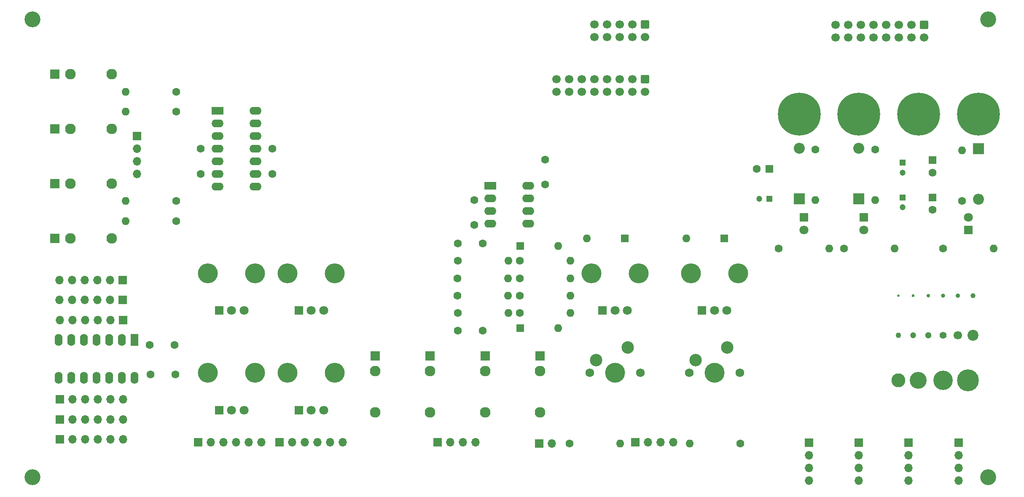
<source format=gbs>
G04 #@! TF.GenerationSoftware,KiCad,Pcbnew,8.0.5*
G04 #@! TF.CreationDate,2024-11-03T10:01:33+01:00*
G04 #@! TF.ProjectId,euro-mate,6575726f-2d6d-4617-9465-2e6b69636164,rev?*
G04 #@! TF.SameCoordinates,Original*
G04 #@! TF.FileFunction,Soldermask,Bot*
G04 #@! TF.FilePolarity,Negative*
%FSLAX46Y46*%
G04 Gerber Fmt 4.6, Leading zero omitted, Abs format (unit mm)*
G04 Created by KiCad (PCBNEW 8.0.5) date 2024-11-03 10:01:33*
%MOMM*%
%LPD*%
G01*
G04 APERTURE LIST*
G04 Aperture macros list*
%AMRoundRect*
0 Rectangle with rounded corners*
0 $1 Rounding radius*
0 $2 $3 $4 $5 $6 $7 $8 $9 X,Y pos of 4 corners*
0 Add a 4 corners polygon primitive as box body*
4,1,4,$2,$3,$4,$5,$6,$7,$8,$9,$2,$3,0*
0 Add four circle primitives for the rounded corners*
1,1,$1+$1,$2,$3*
1,1,$1+$1,$4,$5*
1,1,$1+$1,$6,$7*
1,1,$1+$1,$8,$9*
0 Add four rect primitives between the rounded corners*
20,1,$1+$1,$2,$3,$4,$5,0*
20,1,$1+$1,$4,$5,$6,$7,0*
20,1,$1+$1,$6,$7,$8,$9,0*
20,1,$1+$1,$8,$9,$2,$3,0*%
G04 Aperture macros list end*
%ADD10C,1.600000*%
%ADD11O,1.600000X1.600000*%
%ADD12R,1.830000X1.930000*%
%ADD13C,2.130000*%
%ADD14C,3.200000*%
%ADD15R,1.700000X1.700000*%
%ADD16O,1.700000X1.700000*%
%ADD17R,1.930000X1.830000*%
%ADD18C,1.750000*%
%ADD19C,4.000000*%
%ADD20C,2.500000*%
%ADD21R,2.200000X2.200000*%
%ADD22O,2.200000X2.200000*%
%ADD23RoundRect,0.250000X-0.600000X0.600000X-0.600000X-0.600000X0.600000X-0.600000X0.600000X0.600000X0*%
%ADD24C,1.700000*%
%ADD25R,1.600000X1.600000*%
%ADD26R,1.800000X1.800000*%
%ADD27C,1.800000*%
%ADD28C,8.600000*%
%ADD29R,1.200000X1.200000*%
%ADD30C,1.200000*%
%ADD31O,4.000000X4.000000*%
%ADD32R,1.600000X2.400000*%
%ADD33O,1.600000X2.400000*%
%ADD34R,2.400000X1.600000*%
%ADD35O,2.400000X1.600000*%
%ADD36C,0.500000*%
%ADD37C,1.100000*%
%ADD38C,2.800000*%
%ADD39C,0.600000*%
%ADD40C,3.400000*%
%ADD41C,0.700000*%
%ADD42C,1.300000*%
%ADD43C,0.800000*%
%ADD44C,1.400000*%
%ADD45C,3.900000*%
%ADD46C,0.900000*%
%ADD47C,4.400000*%
%ADD48C,1.000000*%
%ADD49C,2.200000*%
G04 APERTURE END LIST*
D10*
X82860000Y-90500000D03*
D11*
X72700000Y-90500000D03*
D12*
X58520000Y-76000000D03*
D13*
X69920000Y-76000000D03*
X61620000Y-76000000D03*
D10*
X82860000Y-94500000D03*
D11*
X72700000Y-94500000D03*
D14*
X54000000Y-146000000D03*
D10*
X157000000Y-87170000D03*
X157000000Y-82170000D03*
D15*
X220000000Y-139080000D03*
D16*
X220000000Y-141620000D03*
X220000000Y-144160000D03*
X220000000Y-146700000D03*
D17*
X144950000Y-121600000D03*
D13*
X144950000Y-133000000D03*
X144950000Y-124700000D03*
D18*
X185920000Y-125000000D03*
D19*
X191000000Y-125000000D03*
D18*
X196080000Y-125000000D03*
D20*
X187190000Y-122460000D03*
X193540000Y-119920000D03*
D10*
X77540000Y-119380000D03*
X82540000Y-119380000D03*
D14*
X246000000Y-54000000D03*
D10*
X139370000Y-106000000D03*
D11*
X149530000Y-106000000D03*
D10*
X139450000Y-116500000D03*
X144450000Y-116500000D03*
X151920000Y-109500000D03*
D11*
X162080000Y-109500000D03*
D21*
X244000000Y-80000000D03*
D22*
X244000000Y-90160000D03*
D23*
X177080000Y-55000000D03*
D24*
X177080000Y-57540000D03*
X174540000Y-55000000D03*
X174540000Y-57540000D03*
X172000000Y-55000000D03*
X172000000Y-57540000D03*
X169460000Y-55000000D03*
X169460000Y-57540000D03*
X166920000Y-55000000D03*
X166920000Y-57540000D03*
D15*
X155825000Y-139225000D03*
D16*
X158365000Y-139225000D03*
D25*
X202000000Y-84000000D03*
D10*
X199500000Y-84000000D03*
X142750000Y-90270000D03*
X142750000Y-95270000D03*
D15*
X135380000Y-139000000D03*
D16*
X137920000Y-139000000D03*
X140460000Y-139000000D03*
X143000000Y-139000000D03*
D25*
X173000000Y-98000000D03*
D11*
X165380000Y-98000000D03*
D21*
X220000000Y-90000000D03*
D22*
X220000000Y-79840000D03*
D10*
X151920000Y-106000000D03*
D11*
X162080000Y-106000000D03*
D10*
X240750000Y-90460000D03*
D11*
X240750000Y-80300000D03*
D15*
X59490000Y-130380000D03*
D16*
X62030000Y-130380000D03*
X64570000Y-130380000D03*
X67110000Y-130380000D03*
X69650000Y-130380000D03*
X72190000Y-130380000D03*
D10*
X139420000Y-113000000D03*
D11*
X149580000Y-113000000D03*
D23*
X233080000Y-55080000D03*
D24*
X233080000Y-57620000D03*
X230540000Y-55080000D03*
X230540000Y-57620000D03*
X228000000Y-55080000D03*
X228000000Y-57620000D03*
X225460000Y-55080000D03*
X225460000Y-57620000D03*
X222920000Y-55080000D03*
X222920000Y-57620000D03*
X220380000Y-55080000D03*
X220380000Y-57620000D03*
X217840000Y-55080000D03*
X217840000Y-57620000D03*
X215300000Y-55080000D03*
X215300000Y-57620000D03*
D25*
X193000000Y-98000000D03*
D11*
X185380000Y-98000000D03*
D10*
X236920000Y-100000000D03*
D11*
X247080000Y-100000000D03*
D12*
X58520000Y-65000000D03*
D13*
X69920000Y-65000000D03*
X61620000Y-65000000D03*
D10*
X139420000Y-102500000D03*
D11*
X149580000Y-102500000D03*
D10*
X139450000Y-99000000D03*
X144450000Y-99000000D03*
D15*
X59490000Y-138380000D03*
D16*
X62030000Y-138380000D03*
X64570000Y-138380000D03*
X67110000Y-138380000D03*
X69650000Y-138380000D03*
X72190000Y-138380000D03*
D10*
X82700000Y-125380000D03*
X77700000Y-125380000D03*
D25*
X151950000Y-99500000D03*
D11*
X159570000Y-99500000D03*
D26*
X242000000Y-96280000D03*
D27*
X242000000Y-93740000D03*
D12*
X58520000Y-98000000D03*
D13*
X69920000Y-98000000D03*
X61620000Y-98000000D03*
D10*
X161920000Y-139250000D03*
D11*
X172080000Y-139250000D03*
D10*
X223250000Y-80140000D03*
D11*
X223250000Y-90300000D03*
D28*
X220000000Y-73000000D03*
D10*
X82860000Y-68500000D03*
D11*
X72700000Y-68500000D03*
D10*
X139340000Y-109500000D03*
D11*
X149500000Y-109500000D03*
D10*
X196160000Y-139250000D03*
D11*
X186000000Y-139250000D03*
D29*
X228750000Y-82750000D03*
D30*
X228750000Y-84750000D03*
D15*
X230000000Y-139080000D03*
D16*
X230000000Y-141620000D03*
X230000000Y-144160000D03*
X230000000Y-146700000D03*
D10*
X82860000Y-72500000D03*
D11*
X72700000Y-72500000D03*
D31*
X89250000Y-125000000D03*
X98750000Y-125000000D03*
D26*
X91500000Y-132500000D03*
D27*
X94000000Y-132500000D03*
X96500000Y-132500000D03*
D31*
X166250000Y-105000000D03*
X175750000Y-105000000D03*
D26*
X168500000Y-112500000D03*
D27*
X171000000Y-112500000D03*
X173500000Y-112500000D03*
D10*
X211250000Y-80140000D03*
D11*
X211250000Y-90300000D03*
D15*
X175130000Y-138950000D03*
D16*
X177670000Y-138950000D03*
X180210000Y-138950000D03*
X182750000Y-138950000D03*
D31*
X105250000Y-105000000D03*
X114750000Y-105000000D03*
D26*
X107500000Y-112500000D03*
D27*
X110000000Y-112500000D03*
X112500000Y-112500000D03*
D28*
X244000000Y-73000000D03*
D14*
X246000000Y-146000000D03*
D31*
X186250000Y-105000000D03*
X195750000Y-105000000D03*
D26*
X188500000Y-112500000D03*
D27*
X191000000Y-112500000D03*
X193500000Y-112500000D03*
D29*
X228750000Y-89750000D03*
D30*
X228750000Y-91750000D03*
D15*
X72190000Y-114380000D03*
D16*
X69650000Y-114380000D03*
X67110000Y-114380000D03*
X64570000Y-114380000D03*
X62030000Y-114380000D03*
X59490000Y-114380000D03*
D28*
X208000000Y-73000000D03*
D10*
X216970000Y-100000000D03*
D11*
X227130000Y-100000000D03*
D32*
X74540000Y-118380000D03*
D33*
X72000000Y-118380000D03*
X69460000Y-118380000D03*
X66920000Y-118380000D03*
X64380000Y-118380000D03*
X61840000Y-118380000D03*
X59300000Y-118380000D03*
X59300000Y-126000000D03*
X61840000Y-126000000D03*
X64380000Y-126000000D03*
X66920000Y-126000000D03*
X69460000Y-126000000D03*
X72000000Y-126000000D03*
X74540000Y-126000000D03*
D10*
X203920000Y-100000000D03*
D11*
X214080000Y-100000000D03*
D17*
X156000000Y-121600000D03*
D13*
X156000000Y-133000000D03*
X156000000Y-124700000D03*
D15*
X72140000Y-106380000D03*
D16*
X69600000Y-106380000D03*
X67060000Y-106380000D03*
X64520000Y-106380000D03*
X61980000Y-106380000D03*
X59440000Y-106380000D03*
D34*
X146000000Y-87420000D03*
D35*
X146000000Y-89960000D03*
X146000000Y-92500000D03*
X146000000Y-95040000D03*
X153620000Y-95040000D03*
X153620000Y-92500000D03*
X153620000Y-89960000D03*
X153620000Y-87420000D03*
D34*
X91200000Y-72375000D03*
D35*
X91200000Y-74915000D03*
X91200000Y-77455000D03*
X91200000Y-79995000D03*
X91200000Y-82535000D03*
X91200000Y-85075000D03*
X91200000Y-87615000D03*
X98820000Y-87615000D03*
X98820000Y-85075000D03*
X98820000Y-82535000D03*
X98820000Y-79995000D03*
X98820000Y-77455000D03*
X98820000Y-74915000D03*
X98820000Y-72375000D03*
D28*
X232000000Y-73000000D03*
D26*
X209000000Y-93730000D03*
D27*
X209000000Y-96270000D03*
D10*
X151920000Y-102500000D03*
D11*
X162080000Y-102500000D03*
D15*
X103675000Y-138975000D03*
D16*
X106215000Y-138975000D03*
X108755000Y-138975000D03*
X111295000Y-138975000D03*
X113835000Y-138975000D03*
X116375000Y-138975000D03*
D15*
X210000000Y-139080000D03*
D16*
X210000000Y-141620000D03*
X210000000Y-144160000D03*
X210000000Y-146700000D03*
D21*
X208000000Y-90000000D03*
D22*
X208000000Y-79840000D03*
D26*
X221000000Y-93730000D03*
D27*
X221000000Y-96270000D03*
D31*
X105250000Y-125000000D03*
X114750000Y-125000000D03*
D26*
X107500000Y-132500000D03*
D27*
X110000000Y-132500000D03*
X112500000Y-132500000D03*
D14*
X54000000Y-54000000D03*
D15*
X72140000Y-110380000D03*
D16*
X69600000Y-110380000D03*
X67060000Y-110380000D03*
X64520000Y-110380000D03*
X61980000Y-110380000D03*
X59440000Y-110380000D03*
D17*
X133900000Y-121600000D03*
D13*
X133900000Y-133000000D03*
X133900000Y-124700000D03*
D29*
X202000000Y-90000000D03*
D30*
X200000000Y-90000000D03*
D15*
X87300000Y-139000000D03*
D16*
X89840000Y-139000000D03*
X92380000Y-139000000D03*
X94920000Y-139000000D03*
X97460000Y-139000000D03*
X100000000Y-139000000D03*
D23*
X177080000Y-66000000D03*
D24*
X177080000Y-68540000D03*
X174540000Y-66000000D03*
X174540000Y-68540000D03*
X172000000Y-66000000D03*
X172000000Y-68540000D03*
X169460000Y-66000000D03*
X169460000Y-68540000D03*
X166920000Y-66000000D03*
X166920000Y-68540000D03*
X164380000Y-66000000D03*
X164380000Y-68540000D03*
X161840000Y-66000000D03*
X161840000Y-68540000D03*
X159300000Y-66000000D03*
X159300000Y-68540000D03*
D12*
X58520000Y-87000000D03*
D13*
X69920000Y-87000000D03*
X61620000Y-87000000D03*
D15*
X75000000Y-77460000D03*
D16*
X75000000Y-80000000D03*
X75000000Y-82540000D03*
X75000000Y-85080000D03*
D10*
X151920000Y-113000000D03*
D11*
X162080000Y-113000000D03*
D17*
X122850000Y-121600000D03*
D13*
X122850000Y-133000000D03*
X122850000Y-124700000D03*
D15*
X59490000Y-134380000D03*
D16*
X62030000Y-134380000D03*
X64570000Y-134380000D03*
X67110000Y-134380000D03*
X69650000Y-134380000D03*
X72190000Y-134380000D03*
D10*
X87800000Y-80000000D03*
X87800000Y-85000000D03*
D15*
X240000000Y-139080000D03*
D16*
X240000000Y-141620000D03*
X240000000Y-144160000D03*
X240000000Y-146700000D03*
D25*
X151950000Y-116000000D03*
D11*
X159570000Y-116000000D03*
D31*
X89250000Y-105000000D03*
X98750000Y-105000000D03*
D26*
X91500000Y-112500000D03*
D27*
X94000000Y-112500000D03*
X96500000Y-112500000D03*
D10*
X102200000Y-85000000D03*
X102200000Y-80000000D03*
D36*
X227900000Y-109500000D03*
D37*
X227900000Y-117500000D03*
D38*
X227900000Y-126500000D03*
D39*
X230900000Y-109500000D03*
D30*
X230900000Y-117500000D03*
D40*
X231900000Y-126500000D03*
D41*
X233900000Y-109500000D03*
D42*
X233900000Y-117500000D03*
D43*
X236900000Y-109500000D03*
D44*
X236900000Y-117500000D03*
D45*
X236900000Y-126500000D03*
D46*
X239900000Y-109500000D03*
D24*
X239900000Y-117500000D03*
D47*
X241900000Y-126500000D03*
D48*
X242900000Y-109500000D03*
D49*
X242900000Y-117500000D03*
D25*
X234750000Y-82250000D03*
D10*
X234750000Y-84750000D03*
D18*
X165920000Y-125000000D03*
D19*
X171000000Y-125000000D03*
D18*
X176080000Y-125000000D03*
D20*
X167190000Y-122460000D03*
X173540000Y-119920000D03*
D25*
X234750000Y-89750000D03*
D10*
X234750000Y-92250000D03*
M02*

</source>
